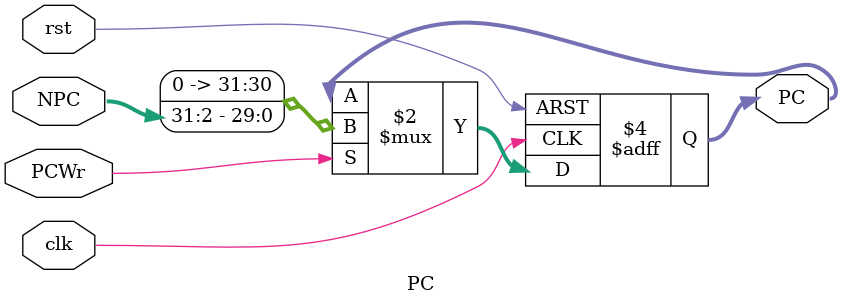
<source format=v>
module PC( clk, rst, PCWr, NPC, PC );
           
   input         clk;
   input         rst;
   input         PCWr;
   input  [31:2] NPC;
   output [31:0] PC;
   
   reg [31:0] PC;
   reg [1:0] tmp;
               
   always @(posedge clk or posedge rst) begin
      if ( rst ) 
         {PC, tmp} <= 32'h0000_3000;   
      else if ( PCWr ) 
         PC <= NPC;
   end // end always
           
endmodule

</source>
